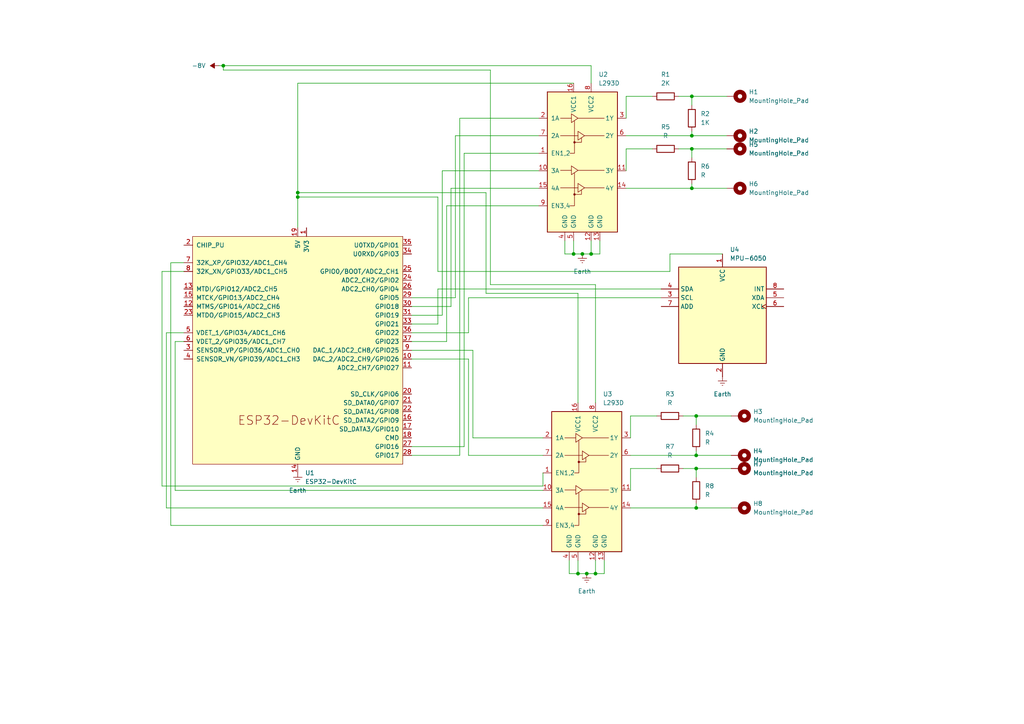
<source format=kicad_sch>
(kicad_sch (version 20250114) (generator "eeschema") (generator_version "9.0")
  (paper "A4")
  (lib_symbols
    (symbol "Device:R" (pin_numbers (hide yes)) (pin_names (offset 0))
      (property "Reference" "R" (at 2.032 0 90))
      (property "Value" "R" (at 0 0 90))
      (symbol "R_0_1"
        (rectangle (start -1.016 -2.54) (end 1.016 2.54) (stroke (width 0.254)))
      )
      (symbol "R_1_1"
        (pin passive line (at 0 3.81 270) (length 1.27) (name "~") (number "1"))
        (pin passive line (at 0 -3.81 90) (length 1.27) (name "~") (number "2"))
      )
    )
    (symbol "Driver_Motor:L293D" (pin_names (offset 1.016))
      (property "Reference" "U" (at -5.08 26.035 0))
      (property "Value" "L293D" (at -5.08 24.13 0))
      (symbol "L293D_0_1"
        (rectangle (start -10.16 22.86) (end 10.16 -17.78) (stroke (width 0.254)) (fill (type background)))
        (polyline (pts (xy -6.35 15.24) (xy -3.175 15.24)))
        (polyline (pts (xy -6.35 10.16) (xy -1.27 10.16)))
        (polyline (pts (xy -6.35 0.127) (xy -3.175 0.127)))
        (polyline (pts (xy -6.35 -4.953) (xy -1.27 -4.953)))
        (polyline (pts (xy -3.175 16.51) (xy -3.175 13.97) (xy -1.27 15.24) (xy -3.175 16.51)))
        (polyline (pts (xy -3.175 1.397) (xy -3.175 -1.143) (xy -1.27 0.127) (xy -3.175 1.397)))
        (polyline (pts (xy -2.286 14.478) (xy -2.286 5.08) (xy -3.556 5.08)))
        (circle (center -2.286 8.255) (radius 0.254) (fill (type outline)))
        (polyline (pts (xy -2.286 8.255) (xy -0.254 8.255) (xy -0.254 9.525)))
        (polyline (pts (xy -2.286 -0.635) (xy -2.286 -10.16) (xy -3.556 -10.16)))
        (circle (center -2.286 -6.858) (radius 0.254) (fill (type outline)))
        (polyline (pts (xy -2.286 -6.858) (xy -0.254 -6.858) (xy -0.254 -5.588)))
        (polyline (pts (xy -1.27 15.24) (xy 6.35 15.24)))
        (polyline (pts (xy -1.27 11.43) (xy -1.27 8.89) (xy 0.635 10.16) (xy -1.27 11.43)))
        (polyline (pts (xy -1.27 0.127) (xy 6.35 0.127)))
        (polyline (pts (xy -1.27 -3.683) (xy -1.27 -6.223) (xy 0.635 -4.953) (xy -1.27 -3.683)))
        (polyline (pts (xy 0.635 10.16) (xy 6.35 10.16)))
        (polyline (pts (xy 0.635 -4.953) (xy 6.35 -4.953)))
      )
      (symbol "L293D_1_1"
        (pin input line (at -12.7 15.24 0) (length 2.54) (name "1A") (number "2"))
        (pin input line (at -12.7 10.16 0) (length 2.54) (name "2A") (number "7"))
        (pin input line (at -12.7 5.08 0) (length 2.54) (name "EN1,2") (number "1"))
        (pin input line (at -12.7 0 0) (length 2.54) (name "3A") (number "10"))
        (pin input line (at -12.7 -5.08 0) (length 2.54) (name "4A") (number "15"))
        (pin input line (at -12.7 -10.16 0) (length 2.54) (name "EN3,4") (number "9"))
        (pin power_in line (at -5.08 -20.32 90) (length 2.54) (name "GND") (number "4"))
        (pin power_in line (at -2.54 25.4 270) (length 2.54) (name "VCC1") (number "16"))
        (pin power_in line (at -2.54 -20.32 90) (length 2.54) (name "GND") (number "5"))
        (pin power_in line (at 2.54 25.4 270) (length 2.54) (name "VCC2") (number "8"))
        (pin power_in line (at 2.54 -20.32 90) (length 2.54) (name "GND") (number "12"))
        (pin power_in line (at 5.08 -20.32 90) (length 2.54) (name "GND") (number "13"))
        (pin output line (at 12.7 15.24 180) (length 2.54) (name "1Y") (number "3"))
        (pin output line (at 12.7 10.16 180) (length 2.54) (name "2Y") (number "6"))
        (pin output line (at 12.7 0 180) (length 2.54) (name "3Y") (number "11"))
        (pin output line (at 12.7 -5.08 180) (length 2.54) (name "4Y") (number "14"))
      )
    )
    (symbol "Espressif:ESP32-DevKitC" (pin_names (offset 1.016))
      (property "Reference" "U" (at -30.48 38.1 0))
      (property "Value" "ESP32-DevKitC" (at -30.48 35.56 0))
      (symbol "ESP32-DevKitC_0_0"
        (text "ESP32-DevKitC" (at -2.54 -20.32 0) (effects (font (size 2.54 2.54))))
        (pin power_in line (at 0 35.56 270) (length 2.54) (name "5V") (number "19"))
        (pin power_in line (at 0 -35.56 90) (length 2.54) (name "GND") (number "14"))
      )
      (symbol "ESP32-DevKitC_0_1"
        (rectangle (start -30.48 33.02) (end 30.48 -33.02) (fill (type background)))
      )
      (symbol "ESP32-DevKitC_1_1"
        (pin input line (at -33.02 30.48 0) (length 2.54) (name "CHIP_PU") (number "2"))
        (pin bidirectional line (at -33.02 25.4 0) (length 2.54) (name "32K_XP/GPIO32/ADC1_CH4") (number "7"))
        (pin bidirectional line (at -33.02 22.86 0) (length 2.54) (name "32K_XN/GPIO33/ADC1_CH5") (number "8"))
        (pin bidirectional line (at -33.02 17.78 0) (length 2.54) (name "MTDI/GPIO12/ADC2_CH5") (number "13"))
        (pin bidirectional line (at -33.02 15.24 0) (length 2.54) (name "MTCK/GPIO13/ADC2_CH4") (number "15"))
        (pin bidirectional line (at -33.02 12.7 0) (length 2.54) (name "MTMS/GPIO14/ADC2_CH6") (number "12"))
        (pin bidirectional line (at -33.02 10.16 0) (length 2.54) (name "MTDO/GPIO15/ADC2_CH3") (number "23"))
        (pin input line (at -33.02 5.08 0) (length 2.54) (name "VDET_1/GPIO34/ADC1_CH6") (number "5"))
        (pin input line (at -33.02 2.54 0) (length 2.54) (name "VDET_2/GPIO35/ADC1_CH7") (number "6"))
        (pin input line (at -33.02 0 0) (length 2.54) (name "SENSOR_VP/GPIO36/ADC1_CH0") (number "3"))
        (pin input line (at -33.02 -2.54 0) (length 2.54) (name "SENSOR_VN/GPIO39/ADC1_CH3") (number "4"))
        (pin passive line (at 0 -35.56 90) (length 2.54) (hide yes) (name "GND") (number "32"))
        (pin passive line (at 0 -35.56 90) (length 2.54) (hide yes) (name "GND") (number "38"))
        (pin power_in line (at 2.54 35.56 270) (length 2.54) (name "3V3") (number "1"))
        (pin bidirectional line (at 33.02 30.48 180) (length 2.54) (name "U0TXD/GPIO1") (number "35"))
        (pin bidirectional line (at 33.02 27.94 180) (length 2.54) (name "U0RXD/GPIO3") (number "34"))
        (pin bidirectional line (at 33.02 22.86 180) (length 2.54) (name "GPIO0/BOOT/ADC2_CH1") (number "25"))
        (pin bidirectional line (at 33.02 20.32 180) (length 2.54) (name "ADC2_CH2/GPIO2") (number "24"))
        (pin bidirectional line (at 33.02 17.78 180) (length 2.54) (name "ADC2_CH0/GPIO4") (number "26"))
        (pin bidirectional line (at 33.02 15.24 180) (length 2.54) (name "GPIO5") (number "29"))
        (pin bidirectional line (at 33.02 12.7 180) (length 2.54) (name "GPIO18") (number "30"))
        (pin bidirectional line (at 33.02 10.16 180) (length 2.54) (name "GPIO19") (number "31"))
        (pin bidirectional line (at 33.02 7.62 180) (length 2.54) (name "GPIO21") (number "33"))
        (pin bidirectional line (at 33.02 5.08 180) (length 2.54) (name "GPIO22") (number "36"))
        (pin bidirectional line (at 33.02 2.54 180) (length 2.54) (name "GPIO23") (number "37"))
        (pin bidirectional line (at 33.02 0 180) (length 2.54) (name "DAC_1/ADC2_CH8/GPIO25") (number "9"))
        (pin bidirectional line (at 33.02 -2.54 180) (length 2.54) (name "DAC_2/ADC2_CH9/GPIO26") (number "10"))
        (pin bidirectional line (at 33.02 -5.08 180) (length 2.54) (name "ADC2_CH7/GPIO27") (number "11"))
        (pin bidirectional line (at 33.02 -12.7 180) (length 2.54) (name "SD_CLK/GPIO6") (number "20"))
        (pin bidirectional line (at 33.02 -15.24 180) (length 2.54) (name "SD_DATA0/GPIO7") (number "21"))
        (pin bidirectional line (at 33.02 -17.78 180) (length 2.54) (name "SD_DATA1/GPIO8") (number "22"))
        (pin bidirectional line (at 33.02 -20.32 180) (length 2.54) (name "SD_DATA2/GPIO9") (number "16"))
        (pin bidirectional line (at 33.02 -22.86 180) (length 2.54) (name "SD_DATA3/GPIO10") (number "17"))
        (pin bidirectional line (at 33.02 -25.4 180) (length 2.54) (name "CMD") (number "18"))
        (pin bidirectional line (at 33.02 -27.94 180) (length 2.54) (name "GPIO16") (number "27"))
        (pin bidirectional line (at 33.02 -30.48 180) (length 2.54) (name "GPIO17") (number "28"))
      )
    )
    (symbol "MPU-6050_1"
      (property "Reference" "U1" (at 2.1433 -16.51 0))
      (property "Value" "MPU-6050" (at 2.1433 -19.05 0))
      (symbol "MPU-6050_1_0_0"
        (text "" (at 12.7 -2.54 0) (effects (font (size 1.27 1.27))))
      )
      (symbol "MPU-6050_1_0_1"
        (rectangle (start -12.7 13.97) (end 12.7 -13.97) (stroke (width 0.254)) (fill (type background)))
      )
      (symbol "MPU-6050_1_1_1"
        (pin bidirectional line (at -17.78 7.62 0) (length 5.08) (name "SDA") (number "4"))
        (pin input line (at -17.78 5.08 0) (length 5.08) (name "SCL") (number "3"))
        (pin input line (at -17.78 2.54 0) (length 5.08) (name "ADD") (number "7"))
        (pin no_connect line (at -12.7 12.7 0) (length 2.54) (hide yes) (name "NC") (number "2"))
        (pin no_connect line (at -12.7 10.16 0) (length 2.54) (hide yes) (name "NC") (number "3"))
        (pin no_connect line (at -12.7 0 0) (length 2.54) (hide yes) (name "NC") (number "4"))
        (pin no_connect line (at -12.7 -2.54 0) (length 2.54) (hide yes) (name "NC") (number "5"))
        (pin no_connect line (at -12.7 -10.16 0) (length 2.54) (hide yes) (name "NC") (number "14"))
        (pin power_in line (at 0 17.78 270) (length 3.81) (name "VCC") (number "1"))
        (pin power_in line (at 0 -17.78 90) (length 3.81) (name "GND") (number "2"))
        (pin no_connect line (at 12.7 12.7 180) (length 2.54) (hide yes) (name "NC") (number "15"))
        (pin no_connect line (at 12.7 10.16 180) (length 2.54) (hide yes) (name "NC") (number "16"))
        (pin no_connect line (at 12.7 5.08 180) (length 2.54) (hide yes) (name "NC") (number "17"))
        (pin no_connect line (at 12.7 -2.54 180) (length 2.54) (hide yes) (name "RESV") (number "21"))
        (pin no_connect line (at 12.7 -10.16 180) (length 2.54) (hide yes) (name "RESV") (number "19"))
        (pin no_connect line (at 12.7 -12.7 180) (length 2.54) (hide yes) (name "RESV") (number "22"))
        (pin output line (at 17.78 7.62 180) (length 5.08) (name "INT") (number "8"))
        (pin bidirectional line (at 17.78 5.08 180) (length 5.08) (name "XDA") (number "5"))
        (pin output clock (at 17.78 2.54 180) (length 5.08) (name "XCL") (number "6"))
      )
    )
    (symbol "Mechanical:MountingHole_Pad" (pin_numbers (hide yes)) (pin_names (offset 1.016) (hide yes)) (in_bom no)
      (property "Reference" "H" (at 0 6.35 0))
      (property "Value" "MountingHole_Pad" (at 0 4.445 0))
      (symbol "MountingHole_Pad_0_1"
        (circle (center 0 1.27) (radius 1.27) (stroke (width 1.27)))
      )
      (symbol "MountingHole_Pad_1_1"
        (pin input line (at 0 -2.54 90) (length 2.54) (name "1") (number "1"))
      )
    )
    (symbol "power:-8V" (power) (pin_numbers (hide yes)) (pin_names (offset 0) (hide yes))
      (property "Value" "-8V" (at 0 3.556 0))
      (symbol "-8V_0_0"
        (pin power_in line (at 0 0 90) (length 0) (name "~") (number "1"))
      )
      (symbol "-8V_0_1"
        (polyline (pts (xy 0 0) (xy 0 1.27) (xy 0.762 1.27) (xy 0 2.54) (xy -0.762 1.27) (xy 0 1.27)) (fill (type outline)))
      )
    )
    (symbol "power:Earth" (power) (pin_numbers (hide yes)) (pin_names (offset 0) (hide yes))
      (property "Value" "Earth" (at 0 -3.81 0))
      (symbol "Earth_0_1"
        (polyline (pts (xy -0.635 -1.905) (xy 0.635 -1.905)))
        (polyline (pts (xy -0.127 -2.54) (xy 0.127 -2.54)))
        (polyline (pts (xy 0 -1.27) (xy 0 0)))
        (polyline (pts (xy 1.27 -1.27) (xy -1.27 -1.27)))
      )
      (symbol "Earth_1_1"
        (pin power_in line (at 0 0 270) (length 0) (name "~") (number "1"))
      )
    )
  )
  (junction (at 168.91 73.66))
  (junction (at 201.93 135.89))
  (junction (at 201.93 120.65))
  (junction (at 167.64 166.37))
  (junction (at 172.72 166.37))
  (junction (at 200.66 54.61))
  (junction (at 201.93 147.32))
  (junction (at 64.77 19.05))
  (junction (at 200.66 43.18))
  (junction (at 200.66 27.94))
  (junction (at 201.93 132.08))
  (junction (at 171.45 73.66))
  (junction (at 166.37 73.66))
  (junction (at 200.66 39.37))
  (junction (at 86.36 55.88))
  (junction (at 86.36 57.15))
  (junction (at 170.18 166.37))
  (wire (pts (xy 128.27 49.53) (xy 128.27 91.44)))
  (wire (pts (xy 135.89 132.08) (xy 157.48 132.08)))
  (wire (pts (xy 130.81 88.9) (xy 119.38 88.9)))
  (wire (pts (xy 201.93 147.32) (xy 212.09 147.32)))
  (wire (pts (xy 64.77 20.32) (xy 64.77 19.05)))
  (wire (pts (xy 198.12 135.89) (xy 201.93 135.89)))
  (wire (pts (xy 171.45 69.85) (xy 171.45 73.66)))
  (wire (pts (xy 201.93 146.05) (xy 201.93 147.32)))
  (wire (pts (xy 46.99 140.97) (xy 46.99 78.74)))
  (wire (pts (xy 201.93 120.65) (xy 212.09 120.65)))
  (wire (pts (xy 168.91 73.66) (xy 171.45 73.66)))
  (wire (pts (xy 48.26 147.32) (xy 48.26 96.52)))
  (wire (pts (xy 157.48 152.4) (xy 49.53 152.4)))
  (wire (pts (xy 119.38 129.54) (xy 134.62 129.54)))
  (wire (pts (xy 189.23 43.18) (xy 181.61 43.18)))
  (wire (pts (xy 127 83.82) (xy 127 93.98)))
  (wire (pts (xy 190.5 120.65) (xy 182.88 120.65)))
  (wire (pts (xy 48.26 147.32) (xy 157.48 147.32)))
  (wire (pts (xy 165.1 166.37) (xy 167.64 166.37)))
  (wire (pts (xy 200.66 30.48) (xy 200.66 27.94)))
  (wire (pts (xy 201.93 132.08) (xy 182.88 132.08)))
  (wire (pts (xy 50.8 142.24) (xy 50.8 99.06)))
  (wire (pts (xy 171.45 24.13) (xy 171.45 19.05)))
  (wire (pts (xy 166.37 69.85) (xy 166.37 73.66)))
  (wire (pts (xy 172.72 82.55) (xy 142.24 82.55)))
  (wire (pts (xy 190.5 135.89) (xy 182.88 135.89)))
  (wire (pts (xy 196.85 27.94) (xy 200.66 27.94)))
  (wire (pts (xy 201.93 147.32) (xy 182.88 147.32)))
  (wire (pts (xy 157.48 127) (xy 137.16 127)))
  (wire (pts (xy 200.66 53.34) (xy 200.66 54.61)))
  (wire (pts (xy 46.99 78.74) (xy 53.34 78.74)))
  (wire (pts (xy 157.48 137.16) (xy 157.48 140.97)))
  (wire (pts (xy 86.36 24.13) (xy 86.36 55.88)))
  (wire (pts (xy 127 57.15) (xy 127 78.74)))
  (wire (pts (xy 167.64 166.37) (xy 170.18 166.37)))
  (wire (pts (xy 156.21 59.69) (xy 129.54 59.69)))
  (wire (pts (xy 49.53 76.2) (xy 53.34 76.2)))
  (wire (pts (xy 189.23 27.94) (xy 181.61 27.94)))
  (wire (pts (xy 132.08 39.37) (xy 132.08 86.36)))
  (wire (pts (xy 200.66 54.61) (xy 181.61 54.61)))
  (wire (pts (xy 191.77 83.82) (xy 127 83.82)))
  (wire (pts (xy 173.99 73.66) (xy 173.99 69.85)))
  (wire (pts (xy 163.83 69.85) (xy 163.83 73.66)))
  (wire (pts (xy 134.62 129.54) (xy 134.62 44.45)))
  (wire (pts (xy 200.66 45.72) (xy 200.66 43.18)))
  (wire (pts (xy 200.66 39.37) (xy 210.82 39.37)))
  (wire (pts (xy 201.93 132.08) (xy 212.09 132.08)))
  (wire (pts (xy 142.24 82.55) (xy 142.24 20.32)))
  (wire (pts (xy 132.08 86.36) (xy 119.38 86.36)))
  (wire (pts (xy 200.66 38.1) (xy 200.66 39.37)))
  (wire (pts (xy 133.35 132.08) (xy 119.38 132.08)))
  (wire (pts (xy 86.36 55.88) (xy 86.36 57.15)))
  (wire (pts (xy 201.93 135.89) (xy 212.09 135.89)))
  (wire (pts (xy 86.36 57.15) (xy 127 57.15)))
  (wire (pts (xy 167.64 162.56) (xy 167.64 166.37)))
  (wire (pts (xy 170.18 166.37) (xy 172.72 166.37)))
  (wire (pts (xy 49.53 76.2) (xy 49.53 152.4)))
  (wire (pts (xy 200.66 43.18) (xy 210.82 43.18)))
  (wire (pts (xy 163.83 73.66) (xy 166.37 73.66)))
  (wire (pts (xy 181.61 43.18) (xy 181.61 49.53)))
  (wire (pts (xy 191.77 86.36) (xy 135.89 86.36)))
  (wire (pts (xy 48.26 96.52) (xy 53.34 96.52)))
  (wire (pts (xy 165.1 162.56) (xy 165.1 166.37)))
  (wire (pts (xy 128.27 91.44) (xy 119.38 91.44)))
  (wire (pts (xy 157.48 140.97) (xy 46.99 140.97)))
  (wire (pts (xy 133.35 34.29) (xy 133.35 132.08)))
  (wire (pts (xy 156.21 54.61) (xy 130.81 54.61)))
  (wire (pts (xy 119.38 101.6) (xy 137.16 101.6)))
  (wire (pts (xy 156.21 34.29) (xy 133.35 34.29)))
  (wire (pts (xy 171.45 19.05) (xy 64.77 19.05)))
  (wire (pts (xy 182.88 135.89) (xy 182.88 142.24)))
  (wire (pts (xy 156.21 49.53) (xy 128.27 49.53)))
  (wire (pts (xy 198.12 120.65) (xy 201.93 120.65)))
  (wire (pts (xy 200.66 27.94) (xy 210.82 27.94)))
  (wire (pts (xy 172.72 166.37) (xy 175.26 166.37)))
  (wire (pts (xy 200.66 39.37) (xy 181.61 39.37)))
  (wire (pts (xy 135.89 86.36) (xy 135.89 96.52)))
  (wire (pts (xy 50.8 99.06) (xy 53.34 99.06)))
  (wire (pts (xy 119.38 104.14) (xy 135.89 104.14)))
  (wire (pts (xy 127 78.74) (xy 194.31 78.74)))
  (wire (pts (xy 140.97 85.09) (xy 140.97 55.88)))
  (wire (pts (xy 166.37 73.66) (xy 168.91 73.66)))
  (wire (pts (xy 182.88 120.65) (xy 182.88 127)))
  (wire (pts (xy 194.31 78.74) (xy 194.31 73.66)))
  (wire (pts (xy 194.31 73.66) (xy 209.55 73.66)))
  (wire (pts (xy 167.64 116.84) (xy 167.64 85.09)))
  (wire (pts (xy 135.89 132.08) (xy 135.89 104.14)))
  (wire (pts (xy 142.24 20.32) (xy 64.77 20.32)))
  (wire (pts (xy 156.21 39.37) (xy 132.08 39.37)))
  (wire (pts (xy 157.48 142.24) (xy 50.8 142.24)))
  (wire (pts (xy 64.77 19.05) (xy 63.5 19.05)))
  (wire (pts (xy 201.93 123.19) (xy 201.93 120.65)))
  (wire (pts (xy 130.81 54.61) (xy 130.81 88.9)))
  (wire (pts (xy 137.16 127) (xy 137.16 101.6)))
  (wire (pts (xy 167.64 85.09) (xy 140.97 85.09)))
  (wire (pts (xy 181.61 27.94) (xy 181.61 34.29)))
  (wire (pts (xy 196.85 43.18) (xy 200.66 43.18)))
  (wire (pts (xy 175.26 162.56) (xy 175.26 166.37)))
  (wire (pts (xy 129.54 99.06) (xy 119.38 99.06)))
  (wire (pts (xy 166.37 24.13) (xy 86.36 24.13)))
  (wire (pts (xy 200.66 54.61) (xy 210.82 54.61)))
  (wire (pts (xy 134.62 44.45) (xy 156.21 44.45)))
  (wire (pts (xy 140.97 55.88) (xy 86.36 55.88)))
  (wire (pts (xy 129.54 59.69) (xy 129.54 99.06)))
  (wire (pts (xy 135.89 96.52) (xy 119.38 96.52)))
  (wire (pts (xy 127 93.98) (xy 119.38 93.98)))
  (wire (pts (xy 172.72 162.56) (xy 172.72 166.37)))
  (wire (pts (xy 201.93 130.81) (xy 201.93 132.08)))
  (wire (pts (xy 171.45 73.66) (xy 173.99 73.66)))
  (wire (pts (xy 86.36 57.15) (xy 86.36 66.04)))
  (wire (pts (xy 201.93 138.43) (xy 201.93 135.89)))
  (wire (pts (xy 172.72 82.55) (xy 172.72 116.84)))
  (symbol (lib_id "Driver_Motor:L293D") (at 170.18 142.24 0) (unit 1)
    (property "Reference" "U3" (at 174.8633 114.3 0) (effects (justify left)))
    (property "Value" "L293D" (at 174.8633 116.84 0) (effects (justify left)))
    (property "Footprint" "Package_DIP:DIP-16_W7.62mm" (effects (hide yes)))
    (property "Datasheet" "http://www.ti.com/lit/ds/symlink/l293.pdf" (effects (hide yes)))
    (property "Description" "Quadruple Half-H Drivers" (effects (hide yes)))
  )
  (symbol (lib_id "Mechanical:MountingHole_Pad") (at 213.36 27.94 270) (unit 1) (in_bom no)
    (property "Reference" "H1" (at 217.17 26.6699 90) (effects (justify left)))
    (property "Value" "MountingHole_Pad" (at 217.17 29.2099 90) (effects (justify left)))
    (property "Footprint" "TestPoint:TestPoint_Loop_D1.80mm_Drill1.0mm_Beaded" (effects (hide yes)))
    (property "Description" "Mounting Hole with connection" (effects (hide yes)))
  )
  (symbol (lib_id "Espressif:ESP32-DevKitC") (at 86.36 101.6 0) (unit 1)
    (property "Reference" "U1" (at 88.5033 137.16 0) (effects (justify left)))
    (property "Value" "ESP32-DevKitC" (at 88.5033 139.7 0) (effects (justify left)))
    (property "Footprint" "ESP32_Footprints:ESP32_38pin" (effects (hide yes)))
    (property "Datasheet" "https://docs.espressif.com/projects/esp-idf/zh_CN/latest/esp32/hw-reference/esp32/get-started-devkitc.html" (effects (hide yes)))
    (property "Description" "Development Kit" (effects (hide yes)))
  )
  (symbol (lib_id "power:Earth") (at 168.91 73.66 0) (unit 1)
    (property "Reference" "#PWR01" (effects (hide yes)))
    (property "Value" "Earth" (at 168.91 78.74 0))
    (property "Description" "Power symbol creates a global label with name \"Earth\"" (effects (hide yes)))
  )
  (symbol (lib_id "Mechanical:MountingHole_Pad") (at 214.63 120.65 270) (unit 1) (in_bom no)
    (property "Reference" "H3" (at 218.44 119.3799 90) (effects (justify left)))
    (property "Value" "MountingHole_Pad" (at 218.44 121.9199 90) (effects (justify left)))
    (property "Footprint" "TestPoint:TestPoint_Loop_D1.80mm_Drill1.0mm_Beaded" (effects (hide yes)))
    (property "Description" "Mounting Hole with connection" (effects (hide yes)))
  )
  (symbol (lib_id "Device:R") (at 201.93 127 180) (unit 1)
    (property "Reference" "R4" (at 204.47 125.7299 0) (effects (justify right)))
    (property "Value" "R" (at 204.47 128.2699 0) (effects (justify right)))
    (property "Footprint" "Resistor_THT:R_Axial_DIN0204_L3.6mm_D1.6mm_P5.08mm_Horizontal" (effects (hide yes)))
    (property "Description" "Resistor" (effects (hide yes)))
  )
  (symbol (lib_id "power:Earth") (at 170.18 166.37 0) (unit 1)
    (property "Reference" "#PWR03" (effects (hide yes)))
    (property "Value" "Earth" (at 170.18 171.45 0))
    (property "Description" "Power symbol creates a global label with name \"Earth\"" (effects (hide yes)))
  )
  (symbol (lib_id "power:Earth") (at 209.55 109.22 0) (unit 1)
    (property "Reference" "#PWR05" (effects (hide yes)))
    (property "Value" "Earth" (at 209.55 114.3 0))
    (property "Description" "Power symbol creates a global label with name \"Earth\"" (effects (hide yes)))
  )
  (symbol (lib_id "Mechanical:MountingHole_Pad") (at 213.36 43.18 270) (unit 1) (in_bom no)
    (property "Reference" "H5" (at 217.17 41.9099 90) (effects (justify left)))
    (property "Value" "MountingHole_Pad" (at 217.17 44.4499 90) (effects (justify left)))
    (property "Footprint" "TestPoint:TestPoint_Loop_D1.80mm_Drill1.0mm_Beaded" (effects (hide yes)))
    (property "Description" "Mounting Hole with connection" (effects (hide yes)))
  )
  (symbol (lib_id "Mechanical:MountingHole_Pad") (at 213.36 39.37 270) (unit 1) (in_bom no)
    (property "Reference" "H2" (at 217.17 38.0999 90) (effects (justify left)))
    (property "Value" "MountingHole_Pad" (at 217.17 40.6399 90) (effects (justify left)))
    (property "Footprint" "TestPoint:TestPoint_Loop_D1.80mm_Drill1.0mm_Beaded" (effects (hide yes)))
    (property "Description" "Mounting Hole with connection" (effects (hide yes)))
  )
  (symbol (lib_id "Mechanical:MountingHole_Pad") (at 214.63 147.32 270) (unit 1) (in_bom no)
    (property "Reference" "H8" (at 218.44 146.0499 90) (effects (justify left)))
    (property "Value" "MountingHole_Pad" (at 218.44 148.5899 90) (effects (justify left)))
    (property "Footprint" "TestPoint:TestPoint_Loop_D1.80mm_Drill1.0mm_Beaded" (effects (hide yes)))
    (property "Description" "Mounting Hole with connection" (effects (hide yes)))
  )
  (symbol (lib_id "Device:R") (at 201.93 142.24 180) (unit 1)
    (property "Reference" "R8" (at 204.47 140.9699 0) (effects (justify right)))
    (property "Value" "R" (at 204.47 143.5099 0) (effects (justify right)))
    (property "Footprint" "Resistor_THT:R_Axial_DIN0204_L3.6mm_D1.6mm_P5.08mm_Horizontal" (effects (hide yes)))
    (property "Description" "Resistor" (effects (hide yes)))
  )
  (symbol (lib_id "Mechanical:MountingHole_Pad") (at 214.63 132.08 270) (unit 1) (in_bom no)
    (property "Reference" "H4" (at 218.44 130.8099 90) (effects (justify left)))
    (property "Value" "MountingHole_Pad" (at 218.44 133.3499 90) (effects (justify left)))
    (property "Footprint" "TestPoint:TestPoint_Loop_D1.80mm_Drill1.0mm_Beaded" (effects (hide yes)))
    (property "Description" "Mounting Hole with connection" (effects (hide yes)))
  )
  (symbol (lib_id "Device:R") (at 200.66 49.53 180) (unit 1)
    (property "Reference" "R6" (at 203.2 48.2599 0) (effects (justify right)))
    (property "Value" "R" (at 203.2 50.7999 0) (effects (justify right)))
    (property "Footprint" "Resistor_THT:R_Axial_DIN0204_L3.6mm_D1.6mm_P5.08mm_Horizontal" (effects (hide yes)))
    (property "Description" "Resistor" (effects (hide yes)))
  )
  (symbol (lib_id "Device:R") (at 200.66 34.29 180) (unit 1)
    (property "Reference" "R2" (at 203.2 33.0199 0) (effects (justify right)))
    (property "Value" "1K" (at 203.2 35.5599 0) (effects (justify right)))
    (property "Footprint" "Resistor_THT:R_Axial_DIN0204_L3.6mm_D1.6mm_P5.08mm_Horizontal" (effects (hide yes)))
    (property "Description" "Resistor" (effects (hide yes)))
  )
  (symbol (lib_name "MPU-6050_1") (lib_id "Sensor_Motion:MPU-6050") (at 209.55 91.44 0) (unit 1)
    (property "Reference" "U4" (at 211.6933 72.39 0) (effects (justify left)))
    (property "Value" "MPU-6050" (at 211.6933 74.93 0) (effects (justify left)))
    (property "Footprint" "usini_sensors:module_mpu6050" (effects (hide yes)))
    (property "Datasheet" "https://invensense.tdk.com/wp-content/uploads/2015/02/MPU-6000-Datasheet1.pdf" (effects (hide yes)))
    (property "Description" "InvenSense 6-Axis Motion Sensor, Gyroscope, Accelerometer, I2C" (effects (hide yes)))
  )
  (symbol (lib_id "Device:R") (at 193.04 43.18 90) (unit 1)
    (property "Reference" "R5" (at 193.04 36.83 90))
    (property "Value" "R" (at 193.04 39.37 90))
    (property "Footprint" "Resistor_THT:R_Axial_DIN0204_L3.6mm_D1.6mm_P5.08mm_Horizontal" (effects (hide yes)))
    (property "Description" "Resistor" (effects (hide yes)))
  )
  (symbol (lib_id "Mechanical:MountingHole_Pad") (at 213.36 54.61 270) (unit 1) (in_bom no)
    (property "Reference" "H6" (at 217.17 53.3399 90) (effects (justify left)))
    (property "Value" "MountingHole_Pad" (at 217.17 55.8799 90) (effects (justify left)))
    (property "Footprint" "TestPoint:TestPoint_Loop_D1.80mm_Drill1.0mm_Beaded" (effects (hide yes)))
    (property "Description" "Mounting Hole with connection" (effects (hide yes)))
  )
  (symbol (lib_id "Mechanical:MountingHole_Pad") (at 214.63 135.89 270) (unit 1) (in_bom no)
    (property "Reference" "H7" (at 218.44 134.6199 90) (effects (justify left)))
    (property "Value" "MountingHole_Pad" (at 218.44 137.1599 90) (effects (justify left)))
    (property "Footprint" "TestPoint:TestPoint_Loop_D1.80mm_Drill1.0mm_Beaded" (effects (hide yes)))
    (property "Description" "Mounting Hole with connection" (effects (hide yes)))
  )
  (symbol (lib_id "Driver_Motor:L293D") (at 168.91 49.53 0) (unit 1)
    (property "Reference" "U2" (at 173.5933 21.59 0) (effects (justify left)))
    (property "Value" "L293D" (at 173.5933 24.13 0) (effects (justify left)))
    (property "Footprint" "Package_DIP:DIP-16_W7.62mm" (effects (hide yes)))
    (property "Datasheet" "http://www.ti.com/lit/ds/symlink/l293.pdf" (effects (hide yes)))
    (property "Description" "Quadruple Half-H Drivers" (effects (hide yes)))
  )
  (symbol (lib_id "power:-8V") (at 63.5 19.05 90) (unit 1)
    (property "Reference" "#PWR02" (effects (hide yes)))
    (property "Value" "-8V" (at 59.69 19.0499 90) (effects (justify left)))
    (property "Description" "Power symbol creates a global label with name \"-8V\"" (effects (hide yes)))
  )
  (symbol (lib_id "Device:R") (at 194.31 135.89 90) (unit 1)
    (property "Reference" "R7" (at 194.31 129.54 90))
    (property "Value" "R" (at 194.31 132.08 90))
    (property "Footprint" "Resistor_THT:R_Axial_DIN0204_L3.6mm_D1.6mm_P5.08mm_Horizontal" (effects (hide yes)))
    (property "Description" "Resistor" (effects (hide yes)))
  )
  (symbol (lib_id "Device:R") (at 193.04 27.94 90) (unit 1)
    (property "Reference" "R1" (at 193.04 21.59 90))
    (property "Value" "2K" (at 193.04 24.13 90))
    (property "Footprint" "Resistor_THT:R_Axial_DIN0204_L3.6mm_D1.6mm_P5.08mm_Horizontal" (effects (hide yes)))
    (property "Description" "Resistor" (effects (hide yes)))
  )
  (symbol (lib_id "power:Earth") (at 86.36 137.16 0) (unit 1)
    (property "Reference" "#PWR04" (effects (hide yes)))
    (property "Value" "Earth" (at 86.36 142.24 0))
    (property "Description" "Power symbol creates a global label with name \"Earth\"" (effects (hide yes)))
  )
  (symbol (lib_id "Device:R") (at 194.31 120.65 90) (unit 1)
    (property "Reference" "R3" (at 194.31 114.3 90))
    (property "Value" "R" (at 194.31 116.84 90))
    (property "Footprint" "Resistor_THT:R_Axial_DIN0204_L3.6mm_D1.6mm_P5.08mm_Horizontal" (effects (hide yes)))
    (property "Description" "Resistor" (effects (hide yes)))
  )
)
</source>
